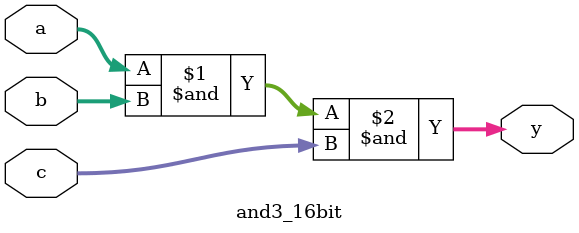
<source format=v>
module and3_16bit (
    input [15:0] a,   // First 16-bit input
    input [15:0] b,   // Second 16-bit input
    input [15:0] c,   // Third 16-bit input
    output [15:0] y   // 16-bit output
);

    // Perform 3-way AND operation on each bit
    assign y = a & b & c;

endmodule

</source>
